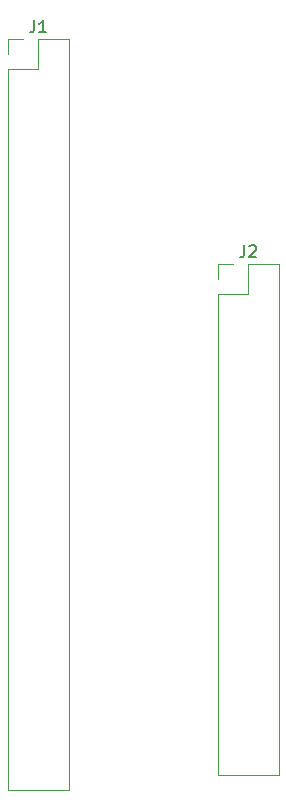
<source format=gbr>
%TF.GenerationSoftware,KiCad,Pcbnew,7.0.7-7.0.7~ubuntu22.04.1*%
%TF.CreationDate,2023-09-04T23:59:45-04:00*%
%TF.ProjectId,fd50to34,66643530-746f-4333-942e-6b696361645f,rev?*%
%TF.SameCoordinates,Original*%
%TF.FileFunction,Legend,Top*%
%TF.FilePolarity,Positive*%
%FSLAX46Y46*%
G04 Gerber Fmt 4.6, Leading zero omitted, Abs format (unit mm)*
G04 Created by KiCad (PCBNEW 7.0.7-7.0.7~ubuntu22.04.1) date 2023-09-04 23:59:45*
%MOMM*%
%LPD*%
G01*
G04 APERTURE LIST*
%ADD10C,0.150000*%
%ADD11C,0.120000*%
G04 APERTURE END LIST*
D10*
X18716666Y-16174819D02*
X18716666Y-16889104D01*
X18716666Y-16889104D02*
X18669047Y-17031961D01*
X18669047Y-17031961D02*
X18573809Y-17127200D01*
X18573809Y-17127200D02*
X18430952Y-17174819D01*
X18430952Y-17174819D02*
X18335714Y-17174819D01*
X19145238Y-16270057D02*
X19192857Y-16222438D01*
X19192857Y-16222438D02*
X19288095Y-16174819D01*
X19288095Y-16174819D02*
X19526190Y-16174819D01*
X19526190Y-16174819D02*
X19621428Y-16222438D01*
X19621428Y-16222438D02*
X19669047Y-16270057D01*
X19669047Y-16270057D02*
X19716666Y-16365295D01*
X19716666Y-16365295D02*
X19716666Y-16460533D01*
X19716666Y-16460533D02*
X19669047Y-16603390D01*
X19669047Y-16603390D02*
X19097619Y-17174819D01*
X19097619Y-17174819D02*
X19716666Y-17174819D01*
X936666Y2875180D02*
X936666Y2160895D01*
X936666Y2160895D02*
X889047Y2018038D01*
X889047Y2018038D02*
X793809Y1922800D01*
X793809Y1922800D02*
X650952Y1875180D01*
X650952Y1875180D02*
X555714Y1875180D01*
X1936666Y1875180D02*
X1365238Y1875180D01*
X1650952Y1875180D02*
X1650952Y2875180D01*
X1650952Y2875180D02*
X1555714Y2732323D01*
X1555714Y2732323D02*
X1460476Y2637085D01*
X1460476Y2637085D02*
X1365238Y2589466D01*
D11*
%TO.C,J2*%
X16450000Y-19050000D02*
X16450000Y-17720000D01*
X19050000Y-17720000D02*
X21650000Y-17720000D01*
X16450000Y-17720000D02*
X17780000Y-17720000D01*
X16450000Y-20320000D02*
X16450000Y-61020000D01*
X16450000Y-61020000D02*
X21650000Y-61020000D01*
X19050000Y-20320000D02*
X19050000Y-17720000D01*
X21650000Y-17720000D02*
X21650000Y-61020000D01*
X16450000Y-20320000D02*
X19050000Y-20320000D01*
%TO.C,J1*%
X1270000Y1330000D02*
X3870000Y1330000D01*
X-1330000Y-1270000D02*
X1270000Y-1270000D01*
X-1330000Y1330000D02*
X0Y1330000D01*
X1270000Y-1270000D02*
X1270000Y1330000D01*
X3870000Y1330000D02*
X3870000Y-62290000D01*
X-1330000Y-62290000D02*
X3870000Y-62290000D01*
X-1330000Y0D02*
X-1330000Y1330000D01*
X-1330000Y-1270000D02*
X-1330000Y-62290000D01*
%TD*%
M02*

</source>
